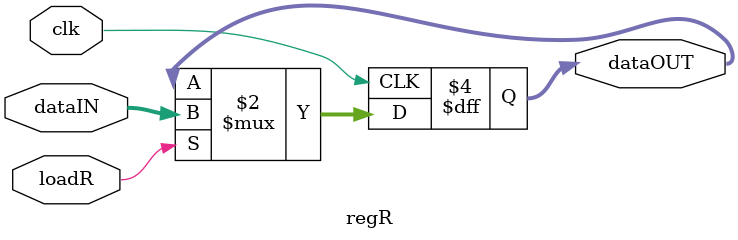
<source format=v>

module regR
#(parameter dataWidth=16)
(
input clk,
input loadR,
input [dataWidth-1:0] dataIN,
output reg [dataWidth-1:0] dataOUT
);

always @(negedge clk)
begin
if (loadR)
	dataOUT<=dataIN;
end
endmodule
</source>
